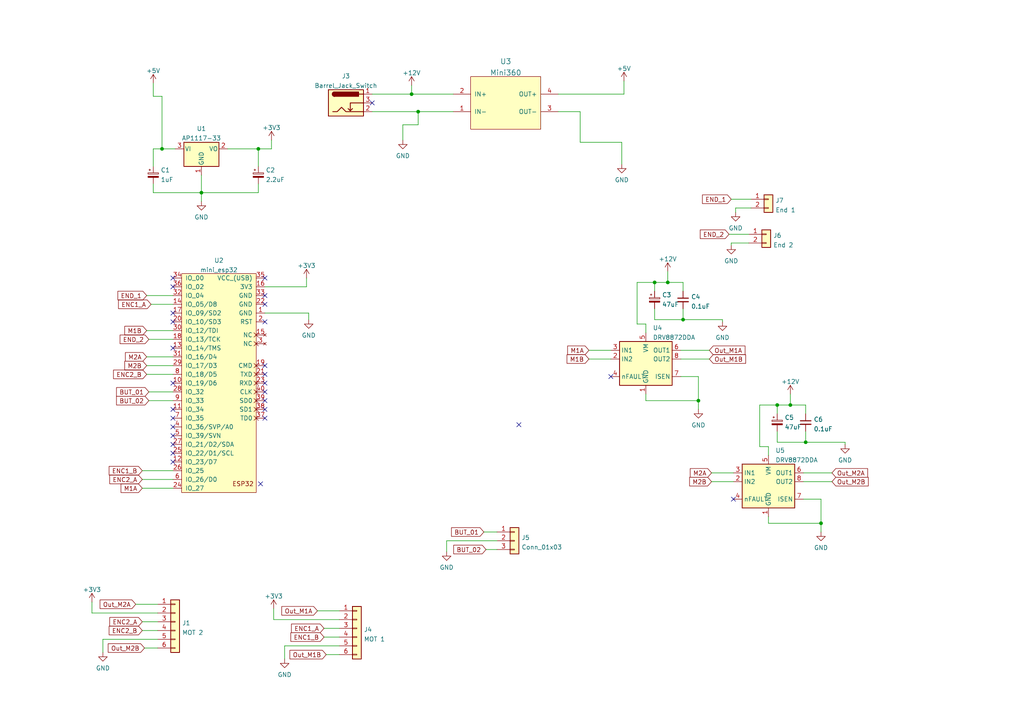
<source format=kicad_sch>
(kicad_sch (version 20230121) (generator eeschema)
  (paper "A4")
  (title_block (title "ESP Blinds Controller") (date "2023-11-05") (rev "01") (company "V. Bittmann"))
  (lib_symbols
    (symbol "Connector:Barrel_Jack_Switch" (pin_names hide)
      (property "Reference" "J" (at 0 5.334 0))
      (property "Value" "Barrel_Jack_Switch" (at 0 -5.08 0))
      (symbol "Barrel_Jack_Switch_0_1"
        (rectangle (start -5.08 3.81) (end 5.08 -3.81) (stroke (width 0.254)) (fill (type background)))
        (arc (start -3.302 3.175) (mid -3.9343 2.54) (end -3.302 1.905) (stroke (width 0.254)))
        (arc (start -3.302 3.175) (mid -3.9343 2.54) (end -3.302 1.905) (stroke (width 0.254)) (fill (type outline)))
        (polyline (pts (xy 1.27 -2.286) (xy 1.905 -1.651)) (stroke (width 0.254)))
        (polyline (pts (xy 5.08 2.54) (xy 3.81 2.54)) (stroke (width 0.254)))
        (polyline (pts (xy 5.08 0) (xy 1.27 0) (xy 1.27 -2.286) (xy 0.635 -1.651)) (stroke (width 0.254)))
        (polyline (pts (xy -3.81 -2.54) (xy -2.54 -2.54) (xy -1.27 -1.27) (xy 0 -2.54) (xy 2.54 -2.54) (xy 5.08 -2.54)) (stroke (width 0.254)))
        (rectangle (start 3.683 3.175) (end -3.302 1.905) (stroke (width 0.254)) (fill (type outline)))
      )
      (symbol "Barrel_Jack_Switch_1_1"
        (pin passive line (at 7.62 2.54 180) (length 2.54) (name "~") (number "1"))
        (pin passive line (at 7.62 -2.54 180) (length 2.54) (name "~") (number "2"))
        (pin passive line (at 7.62 0 180) (length 2.54) (name "~") (number "3"))
      )
    )
    (symbol "Connector_Generic:Conn_01x02" (pin_names (offset 1.016) hide)
      (property "Reference" "J" (at 0 2.54 0))
      (property "Value" "Conn_01x02" (at 0 -5.08 0))
      (symbol "Conn_01x02_1_1"
        (rectangle (start -1.27 -2.413) (end 0 -2.667) (stroke (width 0.1524)))
        (rectangle (start -1.27 0.127) (end 0 -0.127) (stroke (width 0.1524)))
        (rectangle (start -1.27 1.27) (end 1.27 -3.81) (stroke (width 0.254)) (fill (type background)))
        (pin passive line (at -5.08 0 0) (length 3.81) (name "Pin_1") (number "1"))
        (pin passive line (at -5.08 -2.54 0) (length 3.81) (name "Pin_2") (number "2"))
      )
    )
    (symbol "Connector_Generic:Conn_01x03" (pin_names (offset 1.016) hide)
      (property "Reference" "J" (at 0 5.08 0))
      (property "Value" "Conn_01x03" (at 0 -5.08 0))
      (symbol "Conn_01x03_1_1"
        (rectangle (start -1.27 -2.413) (end 0 -2.667) (stroke (width 0.1524)))
        (rectangle (start -1.27 0.127) (end 0 -0.127) (stroke (width 0.1524)))
        (rectangle (start -1.27 2.667) (end 0 2.413) (stroke (width 0.1524)))
        (rectangle (start -1.27 3.81) (end 1.27 -3.81) (stroke (width 0.254)) (fill (type background)))
        (pin passive line (at -5.08 2.54 0) (length 3.81) (name "Pin_1") (number "1"))
        (pin passive line (at -5.08 0 0) (length 3.81) (name "Pin_2") (number "2"))
        (pin passive line (at -5.08 -2.54 0) (length 3.81) (name "Pin_3") (number "3"))
      )
    )
    (symbol "Connector_Generic:Conn_01x06" (pin_names (offset 1.016) hide)
      (property "Reference" "J" (at 0 7.62 0))
      (property "Value" "Conn_01x06" (at 0 -10.16 0))
      (symbol "Conn_01x06_1_1"
        (rectangle (start -1.27 -7.493) (end 0 -7.747) (stroke (width 0.1524)))
        (rectangle (start -1.27 -4.953) (end 0 -5.207) (stroke (width 0.1524)))
        (rectangle (start -1.27 -2.413) (end 0 -2.667) (stroke (width 0.1524)))
        (rectangle (start -1.27 0.127) (end 0 -0.127) (stroke (width 0.1524)))
        (rectangle (start -1.27 2.667) (end 0 2.413) (stroke (width 0.1524)))
        (rectangle (start -1.27 5.207) (end 0 4.953) (stroke (width 0.1524)))
        (rectangle (start -1.27 6.35) (end 1.27 -8.89) (stroke (width 0.254)) (fill (type background)))
        (pin passive line (at -5.08 5.08 0) (length 3.81) (name "Pin_1") (number "1"))
        (pin passive line (at -5.08 2.54 0) (length 3.81) (name "Pin_2") (number "2"))
        (pin passive line (at -5.08 0 0) (length 3.81) (name "Pin_3") (number "3"))
        (pin passive line (at -5.08 -2.54 0) (length 3.81) (name "Pin_4") (number "4"))
        (pin passive line (at -5.08 -5.08 0) (length 3.81) (name "Pin_5") (number "5"))
        (pin passive line (at -5.08 -7.62 0) (length 3.81) (name "Pin_6") (number "6"))
      )
    )
    (symbol "Device:C_Polarized_Small" (pin_numbers hide) (pin_names (offset 0.254) hide)
      (property "Reference" "C" (at 0.254 1.778 0))
      (property "Value" "C_Polarized_Small" (at 0.254 -2.032 0))
      (symbol "C_Polarized_Small_0_1"
        (rectangle (start -1.524 -0.3048) (end 1.524 -0.6858) (fill (type outline)))
        (rectangle (start -1.524 0.6858) (end 1.524 0.3048))
        (polyline (pts (xy -1.27 1.524) (xy -0.762 1.524)))
        (polyline (pts (xy -1.016 1.27) (xy -1.016 1.778)))
      )
      (symbol "C_Polarized_Small_1_1"
        (pin passive line (at 0 2.54 270) (length 1.8542) (name "~") (number "1"))
        (pin passive line (at 0 -2.54 90) (length 1.8542) (name "~") (number "2"))
      )
    )
    (symbol "Device:C_Small" (pin_numbers hide) (pin_names (offset 0.254) hide)
      (property "Reference" "C" (at 0.254 1.778 0))
      (property "Value" "C_Small" (at 0.254 -2.032 0))
      (symbol "C_Small_0_1"
        (polyline (pts (xy -1.524 -0.508) (xy 1.524 -0.508)) (stroke (width 0.3302)))
        (polyline (pts (xy -1.524 0.508) (xy 1.524 0.508)) (stroke (width 0.3048)))
      )
      (symbol "C_Small_1_1"
        (pin passive line (at 0 2.54 270) (length 2.032) (name "~") (number "1"))
        (pin passive line (at 0 -2.54 90) (length 2.032) (name "~") (number "2"))
      )
    )
    (symbol "Driver_Motor:DRV8872DDA"
      (property "Reference" "U" (at -6.35 6.35 0))
      (property "Value" "DRV8872DDA" (at 8.89 6.35 0))
      (symbol "DRV8872DDA_0_1"
        (rectangle (start -7.62 5.08) (end 7.62 -7.62) (stroke (width 0.254)) (fill (type background)))
      )
      (symbol "DRV8872DDA_1_1"
        (pin power_in line (at 0 -10.16 90) (length 2.54) (name "GND") (number "1"))
        (pin input line (at -10.16 0 0) (length 2.54) (name "IN2") (number "2"))
        (pin input line (at -10.16 2.54 0) (length 2.54) (name "IN1") (number "3"))
        (pin open_collector line (at -10.16 -5.08 0) (length 2.54) (name "nFAULT") (number "4"))
        (pin power_in line (at 0 7.62 270) (length 2.54) (name "VM") (number "5"))
        (pin output line (at 10.16 2.54 180) (length 2.54) (name "OUT1") (number "6"))
        (pin passive line (at 10.16 -5.08 180) (length 2.54) (name "ISEN") (number "7"))
        (pin output line (at 10.16 0 180) (length 2.54) (name "OUT2") (number "8"))
        (pin passive line (at 0 -10.16 90) (length 2.54) hide (name "GND") (number "9"))
      )
    )
    (symbol "ESP32_mini:mini_esp32" (pin_names (offset 1.016))
      (property "Reference" "U" (at -7.62 -50.8 0))
      (property "Value" "mini_esp32" (at 5.08 -59.69 0))
      (symbol "mini_esp32_0_0"
        (text "ESP32" (at 7.62 -62.23 0) (effects (font (size 1.27 1.27))))
        (pin power_in line (at 13.97 -12.7 180) (length 2.54) (name "GND") (number "1"))
        (pin input line (at 13.97 -15.24 180) (length 2.54) (name "RST") (number "2"))
        (pin no_connect non_logic (at 13.97 -21.59 180) (length 2.54) (name "NC") (number "3"))
        (pin bidirectional line (at -12.7 -45.72 0) (length 2.54) (name "IO_36/SVP/A0") (number "4"))
        (pin bidirectional line (at -12.7 -48.26 0) (length 2.54) (name "IO_39/SVN") (number "5"))
      )
      (symbol "mini_esp32_0_1"
        (rectangle (start -10.16 -1.27) (end 11.43 -64.77) (fill (type background)))
      )
      (symbol "mini_esp32_1_1"
        (pin bidirectional line (at -12.7 -33.02 0) (length 2.54) (name "IO_19/D6") (number "10"))
        (pin bidirectional line (at -12.7 -40.64 0) (length 2.54) (name "IO_34") (number "11"))
        (pin bidirectional line (at -12.7 -55.88 0) (length 2.54) (name "IO_23/D7") (number "12"))
        (pin bidirectional line (at -12.7 -22.86 0) (length 2.54) (name "IO_14/TMS") (number "13"))
        (pin bidirectional line (at -12.7 -10.16 0) (length 2.54) (name "IO_05/D8") (number "14"))
        (pin no_connect non_logic (at 13.97 -19.05 180) (length 2.54) (name "NC") (number "15"))
        (pin power_in line (at 13.97 -5.08 180) (length 2.54) (name "3V3") (number "16"))
        (pin bidirectional line (at -12.7 -12.7 0) (length 2.54) (name "IO_09/SD2") (number "17"))
        (pin bidirectional line (at -12.7 -20.32 0) (length 2.54) (name "IO_13/TCK") (number "18"))
        (pin passive non_logic (at 13.97 -27.94 180) (length 2.54) (name "CMD") (number "19"))
        (pin bidirectional line (at -12.7 -15.24 0) (length 2.54) (name "IO_10/SD3") (number "20"))
        (pin passive non_logic (at 13.97 -30.48 180) (length 2.54) (name "TXD") (number "21"))
        (pin power_in line (at 13.97 -10.16 180) (length 2.54) (name "GND") (number "22"))
        (pin passive non_logic (at 13.97 -33.02 180) (length 2.54) (name "RXD") (number "23"))
        (pin bidirectional line (at -12.7 -63.5 0) (length 2.54) (name "IO_27") (number "24"))
        (pin bidirectional line (at -12.7 -53.34 0) (length 2.54) (name "IO_22/D1/SCL") (number "25"))
        (pin bidirectional line (at -12.7 -58.42 0) (length 2.54) (name "IO_25") (number "26"))
        (pin bidirectional line (at -12.7 -50.8 0) (length 2.54) (name "IO_21/D2/SDA") (number "27"))
        (pin bidirectional line (at -12.7 -35.56 0) (length 2.54) (name "IO_32") (number "28"))
        (pin bidirectional line (at -12.7 -27.94 0) (length 2.54) (name "IO_17/D3") (number "29"))
        (pin bidirectional line (at -12.7 -17.78 0) (length 2.54) (name "IO_12/TDI") (number "30"))
        (pin bidirectional line (at -12.7 -25.4 0) (length 2.54) (name "IO_16/D4") (number "31"))
        (pin bidirectional line (at -12.7 -7.62 0) (length 2.54) (name "IO_04") (number "32"))
        (pin power_in line (at 13.97 -7.62 180) (length 2.54) (name "GND") (number "33"))
        (pin bidirectional line (at -12.7 -2.54 0) (length 2.54) (name "IO_00") (number "34"))
        (pin power_in line (at 13.97 -2.54 180) (length 2.54) (name "VCC_(USB)") (number "35"))
        (pin bidirectional line (at -12.7 -5.08 0) (length 2.54) (name "IO_02") (number "36"))
        (pin passive non_logic (at 13.97 -43.18 180) (length 2.54) (name "TD0") (number "37"))
        (pin passive non_logic (at 13.97 -40.64 180) (length 2.54) (name "SD1") (number "38"))
        (pin passive non_logic (at 13.97 -38.1 180) (length 2.54) (name "SD0") (number "39"))
        (pin passive non_logic (at 13.97 -35.56 180) (length 2.54) (name "CLK") (number "40"))
        (pin bidirectional line (at -12.7 -60.96 0) (length 2.54) (name "IO_26/D0") (number "6"))
        (pin bidirectional line (at -12.7 -43.18 0) (length 2.54) (name "IO_35") (number "7"))
        (pin bidirectional line (at -12.7 -30.48 0) (length 2.54) (name "IO_18/D5") (number "8"))
        (pin bidirectional line (at -12.7 -38.1 0) (length 2.54) (name "IO_33") (number "9"))
      )
    )
    (symbol "Regulator_Linear:AP1117-33" (pin_names (offset 0.254))
      (property "Reference" "U" (at -3.81 3.175 0))
      (property "Value" "AP1117-33" (at 0 3.175 0))
      (symbol "AP1117-33_0_1"
        (rectangle (start -5.08 -5.08) (end 5.08 1.905) (stroke (width 0.254)) (fill (type background)))
      )
      (symbol "AP1117-33_1_1"
        (pin power_in line (at 0 -7.62 90) (length 2.54) (name "GND") (number "1"))
        (pin power_out line (at 7.62 0 180) (length 2.54) (name "VO") (number "2"))
        (pin power_in line (at -7.62 0 0) (length 2.54) (name "VI") (number "3"))
      )
    )
    (symbol "mini360:Mini360" (pin_names (offset 1.016))
      (property "Reference" "U" (at 0 -5.08 0))
      (property "Value" "Mini360" (at 0 5.08 0))
      (symbol "Mini360_0_1"
        (rectangle (start -10.16 7.62) (end 10.16 -7.62) (fill (type background)))
      )
      (symbol "Mini360_1_1"
        (pin power_in line (at -15.24 -2.54 0) (length 5.08) (name "IN-") (number "1"))
        (pin power_in line (at -15.24 2.54 0) (length 5.08) (name "IN+") (number "2"))
        (pin power_out line (at 15.24 -2.54 180) (length 5.08) (name "OUT-") (number "3"))
        (pin power_out line (at 15.24 2.54 180) (length 5.08) (name "OUT+") (number "4"))
      )
    )
    (symbol "power:+12V" (power) (pin_names (offset 0))
      (property "Value" "+12V" (at 0 3.556 0))
      (symbol "+12V_0_1"
        (polyline (pts (xy -0.762 1.27) (xy 0 2.54)))
        (polyline (pts (xy 0 0) (xy 0 2.54)))
        (polyline (pts (xy 0 2.54) (xy 0.762 1.27)))
      )
      (symbol "+12V_1_1"
        (pin power_in line (at 0 0 90) (length 0) hide (name "+12V") (number "1"))
      )
    )
    (symbol "power:+3.3V" (power) (pin_names (offset 0))
      (property "Value" "+3.3V" (at 0 3.556 0))
      (symbol "+3.3V_0_1"
        (polyline (pts (xy -0.762 1.27) (xy 0 2.54)))
        (polyline (pts (xy 0 0) (xy 0 2.54)))
        (polyline (pts (xy 0 2.54) (xy 0.762 1.27)))
      )
      (symbol "+3.3V_1_1"
        (pin power_in line (at 0 0 90) (length 0) hide (name "+3V3") (number "1"))
      )
    )
    (symbol "power:+3V3" (power) (pin_names (offset 0))
      (property "Value" "+3V3" (at 0 3.556 0))
      (symbol "+3V3_0_1"
        (polyline (pts (xy -0.762 1.27) (xy 0 2.54)))
        (polyline (pts (xy 0 0) (xy 0 2.54)))
        (polyline (pts (xy 0 2.54) (xy 0.762 1.27)))
      )
      (symbol "+3V3_1_1"
        (pin power_in line (at 0 0 90) (length 0) hide (name "+3V3") (number "1"))
      )
    )
    (symbol "power:+5V" (power) (pin_names (offset 0))
      (property "Value" "+5V" (at 0 3.556 0))
      (symbol "+5V_0_1"
        (polyline (pts (xy -0.762 1.27) (xy 0 2.54)))
        (polyline (pts (xy 0 0) (xy 0 2.54)))
        (polyline (pts (xy 0 2.54) (xy 0.762 1.27)))
      )
      (symbol "+5V_1_1"
        (pin power_in line (at 0 0 90) (length 0) hide (name "+5V") (number "1"))
      )
    )
    (symbol "power:GND" (power) (pin_names (offset 0))
      (property "Value" "GND" (at 0 -3.81 0))
      (symbol "GND_0_1"
        (polyline (pts (xy 0 0) (xy 0 -1.27) (xy 1.27 -1.27) (xy 0 -2.54) (xy -1.27 -1.27) (xy 0 -1.27)))
      )
      (symbol "GND_1_1"
        (pin power_in line (at 0 0 270) (length 0) hide (name "GND") (number "1"))
      )
    )
  )
  (junction (at 229.235 117.475))
  (junction (at 202.565 116.205))
  (junction (at 58.42 55.88))
  (junction (at 46.99 43.18))
  (junction (at 121.285 32.385))
  (junction (at 238.125 151.765))
  (junction (at 233.68 128.27))
  (junction (at 119.38 27.305))
  (junction (at 225.425 117.475))
  (junction (at 198.12 92.71))
  (junction (at 193.675 81.915))
  (junction (at 74.93 43.18))
  (junction (at 189.865 81.915))
  (no_connect (at 50.165 90.805))
  (no_connect (at 50.165 93.345))
  (no_connect (at 50.165 111.125))
  (no_connect (at 50.165 100.965))
  (no_connect (at 50.165 123.825))
  (no_connect (at 50.165 80.645))
  (no_connect (at 50.165 83.185))
  (no_connect (at 50.165 118.745))
  (no_connect (at 76.835 93.345))
  (no_connect (at 50.165 128.905))
  (no_connect (at 50.165 126.365))
  (no_connect (at 50.165 131.445))
  (no_connect (at 50.165 121.285))
  (no_connect (at 76.835 85.725))
  (no_connect (at 76.835 88.265))
  (no_connect (at 76.835 80.645))
  (no_connect (at 107.95 29.845))
  (no_connect (at 150.495 123.19))
  (no_connect (at 177.165 109.22))
  (no_connect (at 212.725 144.78))
  (no_connect (at 76.835 113.665))
  (no_connect (at 76.835 118.745))
  (no_connect (at 76.835 116.205))
  (no_connect (at 76.835 121.285))
  (no_connect (at 76.835 111.125))
  (no_connect (at 76.835 106.045))
  (no_connect (at 76.835 108.585))
  (no_connect (at 50.165 133.985))
  (no_connect (at 75.565 140.335))
  (wire (pts (xy 45.72 185.42) (xy 29.845 185.42)))
  (wire (pts (xy 161.925 32.385) (xy 168.275 32.385)))
  (wire (pts (xy 107.95 32.385) (xy 121.285 32.385)))
  (wire (pts (xy 206.375 137.16) (xy 212.725 137.16)))
  (wire (pts (xy 46.99 27.94) (xy 46.99 43.18)))
  (wire (pts (xy 107.95 27.305) (xy 119.38 27.305)))
  (wire (pts (xy 189.865 81.915) (xy 184.785 81.915)))
  (wire (pts (xy 197.485 104.14) (xy 205.74 104.14)))
  (wire (pts (xy 189.865 92.71) (xy 198.12 92.71)))
  (wire (pts (xy 82.55 187.325) (xy 82.55 191.135)))
  (wire (pts (xy 189.865 89.535) (xy 189.865 92.71)))
  (wire (pts (xy 41.275 182.88) (xy 45.72 182.88)))
  (wire (pts (xy 180.975 27.305) (xy 180.975 23.495)))
  (wire (pts (xy 193.675 78.74) (xy 193.675 81.915)))
  (wire (pts (xy 168.275 32.385) (xy 168.275 41.275)))
  (wire (pts (xy 79.375 179.705) (xy 79.375 176.53)))
  (wire (pts (xy 180.34 41.275) (xy 180.34 47.625)))
  (wire (pts (xy 98.425 187.325) (xy 82.55 187.325)))
  (wire (pts (xy 233.045 137.16) (xy 241.3 137.16)))
  (wire (pts (xy 74.93 55.88) (xy 58.42 55.88)))
  (wire (pts (xy 229.235 117.475) (xy 225.425 117.475)))
  (wire (pts (xy 161.925 27.305) (xy 180.975 27.305)))
  (wire (pts (xy 233.68 128.27) (xy 245.11 128.27)))
  (wire (pts (xy 193.675 81.915) (xy 198.12 81.915)))
  (wire (pts (xy 189.865 81.915) (xy 189.865 84.455)))
  (wire (pts (xy 45.72 177.8) (xy 26.67 177.8)))
  (wire (pts (xy 44.45 24.13) (xy 44.45 27.94)))
  (wire (pts (xy 74.93 53.34) (xy 74.93 55.88)))
  (wire (pts (xy 187.325 114.3) (xy 187.325 116.205)))
  (wire (pts (xy 170.815 101.6) (xy 177.165 101.6)))
  (wire (pts (xy 222.885 151.765) (xy 238.125 151.765)))
  (wire (pts (xy 44.45 48.26) (xy 44.45 43.18)))
  (wire (pts (xy 74.93 43.18) (xy 74.93 48.26)))
  (wire (pts (xy 29.845 185.42) (xy 29.845 189.23)))
  (wire (pts (xy 76.835 90.805) (xy 89.535 90.805)))
  (wire (pts (xy 187.325 116.205) (xy 202.565 116.205)))
  (wire (pts (xy 119.38 27.305) (xy 131.445 27.305)))
  (wire (pts (xy 202.565 109.22) (xy 202.565 116.205)))
  (wire (pts (xy 93.98 184.785) (xy 98.425 184.785)))
  (wire (pts (xy 202.565 116.205) (xy 202.565 118.745)))
  (wire (pts (xy 140.97 159.385) (xy 144.145 159.385)))
  (wire (pts (xy 26.67 177.8) (xy 26.67 174.625)))
  (wire (pts (xy 206.375 139.7) (xy 212.725 139.7)))
  (wire (pts (xy 119.38 24.765) (xy 119.38 27.305)))
  (wire (pts (xy 233.045 144.78) (xy 238.125 144.78)))
  (wire (pts (xy 42.545 95.885) (xy 50.165 95.885)))
  (wire (pts (xy 233.045 139.7) (xy 241.3 139.7)))
  (wire (pts (xy 42.545 106.045) (xy 50.165 106.045)))
  (wire (pts (xy 74.93 43.18) (xy 78.74 43.18)))
  (wire (pts (xy 225.425 117.475) (xy 225.425 120.015)))
  (wire (pts (xy 41.275 136.525) (xy 50.165 136.525)))
  (wire (pts (xy 42.545 103.505) (xy 50.165 103.505)))
  (wire (pts (xy 44.45 55.88) (xy 58.42 55.88)))
  (wire (pts (xy 198.12 81.915) (xy 198.12 84.455)))
  (wire (pts (xy 78.74 43.18) (xy 78.74 40.64)))
  (wire (pts (xy 41.91 187.96) (xy 45.72 187.96)))
  (wire (pts (xy 121.285 32.385) (xy 121.285 36.195)))
  (wire (pts (xy 44.45 27.94) (xy 46.99 27.94)))
  (wire (pts (xy 42.545 108.585) (xy 50.165 108.585)))
  (wire (pts (xy 198.12 92.71) (xy 209.55 92.71)))
  (wire (pts (xy 209.55 92.71) (xy 209.55 93.345)))
  (wire (pts (xy 93.98 182.245) (xy 98.425 182.245)))
  (wire (pts (xy 233.68 128.27) (xy 233.68 125.095)))
  (wire (pts (xy 41.275 139.065) (xy 50.165 139.065)))
  (wire (pts (xy 213.36 60.325) (xy 213.36 61.595)))
  (wire (pts (xy 187.325 93.98) (xy 187.325 96.52)))
  (wire (pts (xy 225.425 125.095) (xy 225.425 128.27)))
  (wire (pts (xy 222.885 129.54) (xy 222.885 132.08)))
  (wire (pts (xy 184.785 93.98) (xy 187.325 93.98)))
  (wire (pts (xy 66.04 43.18) (xy 74.93 43.18)))
  (wire (pts (xy 44.45 43.18) (xy 46.99 43.18)))
  (wire (pts (xy 41.275 141.605) (xy 50.165 141.605)))
  (wire (pts (xy 229.235 114.3) (xy 229.235 117.475)))
  (wire (pts (xy 197.485 101.6) (xy 205.74 101.6)))
  (wire (pts (xy 238.125 151.765) (xy 238.125 154.305)))
  (wire (pts (xy 170.815 104.14) (xy 177.165 104.14)))
  (wire (pts (xy 238.125 144.78) (xy 238.125 151.765)))
  (wire (pts (xy 58.42 55.88) (xy 58.42 58.42)))
  (wire (pts (xy 245.11 128.27) (xy 245.11 128.905)))
  (wire (pts (xy 88.9 83.185) (xy 76.835 83.185)))
  (wire (pts (xy 168.275 41.275) (xy 180.34 41.275)))
  (wire (pts (xy 89.535 90.805) (xy 89.535 92.71)))
  (wire (pts (xy 233.68 117.475) (xy 233.68 120.015)))
  (wire (pts (xy 46.99 43.18) (xy 50.8 43.18)))
  (wire (pts (xy 193.675 81.915) (xy 189.865 81.915)))
  (wire (pts (xy 212.09 57.785) (xy 217.805 57.785)))
  (wire (pts (xy 121.285 36.195) (xy 116.84 36.195)))
  (wire (pts (xy 229.235 117.475) (xy 233.68 117.475)))
  (wire (pts (xy 43.18 116.205) (xy 50.165 116.205)))
  (wire (pts (xy 121.285 32.385) (xy 131.445 32.385)))
  (wire (pts (xy 144.145 156.845) (xy 129.54 156.845)))
  (wire (pts (xy 42.545 85.725) (xy 50.165 85.725)))
  (wire (pts (xy 212.09 70.485) (xy 212.09 71.12)))
  (wire (pts (xy 184.785 81.915) (xy 184.785 93.98)))
  (wire (pts (xy 129.54 156.845) (xy 129.54 160.02)))
  (wire (pts (xy 43.18 98.425) (xy 50.165 98.425)))
  (wire (pts (xy 222.885 149.86) (xy 222.885 151.765)))
  (wire (pts (xy 220.345 129.54) (xy 222.885 129.54)))
  (wire (pts (xy 58.42 50.8) (xy 58.42 55.88)))
  (wire (pts (xy 94.615 189.865) (xy 98.425 189.865)))
  (wire (pts (xy 225.425 117.475) (xy 220.345 117.475)))
  (wire (pts (xy 92.075 177.165) (xy 98.425 177.165)))
  (wire (pts (xy 43.18 113.665) (xy 50.165 113.665)))
  (wire (pts (xy 217.17 70.485) (xy 212.09 70.485)))
  (wire (pts (xy 98.425 179.705) (xy 79.375 179.705)))
  (wire (pts (xy 43.815 88.265) (xy 50.165 88.265)))
  (wire (pts (xy 220.345 117.475) (xy 220.345 129.54)))
  (wire (pts (xy 217.805 60.325) (xy 213.36 60.325)))
  (wire (pts (xy 225.425 128.27) (xy 233.68 128.27)))
  (wire (pts (xy 211.455 67.945) (xy 217.17 67.945)))
  (wire (pts (xy 39.37 175.26) (xy 45.72 175.26)))
  (wire (pts (xy 88.9 80.645) (xy 88.9 83.185)))
  (wire (pts (xy 41.275 180.34) (xy 45.72 180.34)))
  (wire (pts (xy 44.45 53.34) (xy 44.45 55.88)))
  (wire (pts (xy 116.84 36.195) (xy 116.84 40.64)))
  (wire (pts (xy 198.12 92.71) (xy 198.12 89.535)))
  (wire (pts (xy 140.335 154.305) (xy 144.145 154.305)))
  (wire (pts (xy 197.485 109.22) (xy 202.565 109.22)))
  (global_label "M1B" (shape input) (at 42.545 95.885 180) (property "Intersheetrefs" "${INTERSHEET_REFS}" (effects hide)))
  (global_label "END_2" (shape input) (at 43.18 98.425 180) (property "Intersheetrefs" "${INTERSHEET_REFS}" (effects hide)))
  (global_label "M1B" (shape input) (at 170.815 104.14 180) (property "Intersheetrefs" "${INTERSHEET_REFS}" (effects hide)))
  (global_label "ENC2_B" (shape input) (at 42.545 108.585 180) (property "Intersheetrefs" "${INTERSHEET_REFS}" (effects hide)))
  (global_label "M2A" (shape input) (at 206.375 137.16 180) (property "Intersheetrefs" "${INTERSHEET_REFS}" (effects hide)))
  (global_label "ENC2_A" (shape input) (at 41.275 139.065 180) (property "Intersheetrefs" "${INTERSHEET_REFS}" (effects hide)))
  (global_label "BUT_01" (shape input) (at 43.18 113.665 180) (property "Intersheetrefs" "${INTERSHEET_REFS}" (effects hide)))
  (global_label "ENC1_A" (shape input) (at 93.98 182.245 180) (property "Intersheetrefs" "${INTERSHEET_REFS}" (effects hide)))
  (global_label "M2A" (shape input) (at 42.545 103.505 180) (property "Intersheetrefs" "${INTERSHEET_REFS}" (effects hide)))
  (global_label "M2B" (shape input) (at 42.545 106.045 180) (property "Intersheetrefs" "${INTERSHEET_REFS}" (effects hide)))
  (global_label "ENC2_B" (shape input) (at 41.275 182.88 180) (property "Intersheetrefs" "${INTERSHEET_REFS}" (effects hide)))
  (global_label "Out_M1A" (shape input) (at 92.075 177.165 180) (property "Intersheetrefs" "${INTERSHEET_REFS}" (effects hide)))
  (global_label "Out_M2B" (shape input) (at 241.3 139.7 0) (property "Intersheetrefs" "${INTERSHEET_REFS}" (effects hide)))
  (global_label "BUT_01" (shape input) (at 140.335 154.305 180) (property "Intersheetrefs" "${INTERSHEET_REFS}" (effects hide)))
  (global_label "Out_M2A" (shape input) (at 39.37 175.26 180) (property "Intersheetrefs" "${INTERSHEET_REFS}" (effects hide)))
  (global_label "BUT_02" (shape input) (at 140.97 159.385 180) (property "Intersheetrefs" "${INTERSHEET_REFS}" (effects hide)))
  (global_label "M2B" (shape input) (at 206.375 139.7 180) (property "Intersheetrefs" "${INTERSHEET_REFS}" (effects hide)))
  (global_label "END_2" (shape input) (at 211.455 67.945 180) (property "Intersheetrefs" "${INTERSHEET_REFS}" (effects hide)))
  (global_label "ENC1_A" (shape input) (at 43.815 88.265 180) (property "Intersheetrefs" "${INTERSHEET_REFS}" (effects hide)))
  (global_label "END_1" (shape input) (at 212.09 57.785 180) (property "Intersheetrefs" "${INTERSHEET_REFS}" (effects hide)))
  (global_label "M1A" (shape input) (at 170.815 101.6 180) (property "Intersheetrefs" "${INTERSHEET_REFS}" (effects hide)))
  (global_label "ENC1_B" (shape input) (at 41.275 136.525 180) (property "Intersheetrefs" "${INTERSHEET_REFS}" (effects hide)))
  (global_label "Out_M1B" (shape input) (at 205.74 104.14 0) (property "Intersheetrefs" "${INTERSHEET_REFS}" (effects hide)))
  (global_label "Out_M2B" (shape input) (at 41.91 187.96 180) (property "Intersheetrefs" "${INTERSHEET_REFS}" (effects hide)))
  (global_label "ENC1_B" (shape input) (at 93.98 184.785 180) (property "Intersheetrefs" "${INTERSHEET_REFS}" (effects hide)))
  (global_label "Out_M1A" (shape input) (at 205.74 101.6 0) (property "Intersheetrefs" "${INTERSHEET_REFS}" (effects hide)))
  (global_label "Out_M1B" (shape input) (at 94.615 189.865 180) (property "Intersheetrefs" "${INTERSHEET_REFS}" (effects hide)))
  (global_label "M1A" (shape input) (at 41.275 141.605 180) (property "Intersheetrefs" "${INTERSHEET_REFS}" (effects hide)))
  (global_label "ENC2_A" (shape input) (at 41.275 180.34 180) (property "Intersheetrefs" "${INTERSHEET_REFS}" (effects hide)))
  (global_label "BUT_02" (shape input) (at 43.18 116.205 180) (property "Intersheetrefs" "${INTERSHEET_REFS}" (effects hide)))
  (global_label "END_1" (shape input) (at 42.545 85.725 180) (property "Intersheetrefs" "${INTERSHEET_REFS}" (effects hide)))
  (global_label "Out_M2A" (shape input) (at 241.3 137.16 0) (property "Intersheetrefs" "${INTERSHEET_REFS}" (effects hide)))
  (symbol (lib_id "power:+12V") (at 119.38 24.765 0) (unit 1)
    (property "Reference" "#PWR0108" (effects hide))
    (property "Value" "+12V" (at 119.38 21.1605 0))
  )
  (symbol (lib_id "power:+3V3") (at 26.67 174.625 0) (unit 1)
    (property "Reference" "#PWR0103" (effects hide))
    (property "Value" "+3V3" (at 26.67 171.0205 0))
  )
  (symbol (lib_id "power:+3.3V") (at 78.74 40.64 0) (unit 1)
    (property "Reference" "#PWR06" (effects hide))
    (property "Value" "+3.3V" (at 78.74 37.0355 0))
  )
  (symbol (lib_id "mini360:Mini360") (at 146.685 29.845 0) (unit 1)
    (property "Reference" "U3" (at 146.685 17.8211 0) (effects (font (size 1.524 1.524))))
    (property "Value" "Mini360" (at 146.685 21.1001 0) (effects (font (size 1.524 1.524))))
    (property "Footprint" "Mini360_step-down:Mini360_step-down" (effects hide))
  )
  (symbol (lib_id "Connector_Generic:Conn_01x02") (at 222.25 67.945 0) (unit 1)
    (property "Reference" "J6" (at 224.282 68.3065 0) (effects (justify left)))
    (property "Value" "End 2" (at 224.282 71.0816 0) (effects (justify left)))
    (property "Footprint" "Connector_JST:JST_XH_S2B-XH-A_1x02_P2.50mm_Horizontal" (effects hide))
  )
  (symbol (lib_id "power:+5V") (at 180.975 23.495 0) (unit 1)
    (property "Reference" "#PWR0110" (effects hide))
    (property "Value" "+5V" (at 180.975 19.8905 0))
  )
  (symbol (lib_id "Device:C_Polarized_Small") (at 189.865 86.995 0) (unit 1)
    (property "Reference" "C3" (at 192.024 85.5404 0) (effects (justify left)))
    (property "Value" "47uF" (at 192.024 88.3155 0) (effects (justify left)))
    (property "Footprint" "Capacitor_THT:CP_Radial_D6.3mm_P2.50mm" (effects hide))
  )
  (symbol (lib_id "ESP32_mini:mini_esp32") (at 62.865 78.105 0) (unit 1)
    (property "Reference" "U2" (at 63.5 75.5355 0))
    (property "Value" "mini_esp32" (at 63.5 78.3106 0))
    (property "Footprint" "ESP32_mini:ESP32_mini" (effects hide))
  )
  (symbol (lib_id "power:GND") (at 212.09 71.12 0) (unit 1)
    (property "Reference" "#PWR01" (effects hide))
    (property "Value" "GND" (at 212.09 75.6825 0))
  )
  (symbol (lib_id "power:GND") (at 29.845 189.23 0) (unit 1)
    (property "Reference" "#PWR0104" (effects hide))
    (property "Value" "GND" (at 29.845 193.7925 0))
  )
  (symbol (lib_id "Device:C_Small") (at 198.12 86.995 0) (unit 1)
    (property "Reference" "C4" (at 200.4441 86.0928 0) (effects (justify left)))
    (property "Value" "0.1uF" (at 200.4441 88.8679 0) (effects (justify left)))
    (property "Footprint" "Capacitor_SMD:C_1206_3216Metric_Pad1.33x1.80mm_HandSolder" (effects hide))
  )
  (symbol (lib_id "power:+5V") (at 44.45 24.13 0) (unit 1)
    (property "Reference" "#PWR02" (effects hide))
    (property "Value" "+5V" (at 44.45 20.5255 0))
  )
  (symbol (lib_id "power:+12V") (at 229.235 114.3 0) (unit 1)
    (property "Reference" "#PWR0117" (effects hide))
    (property "Value" "+12V" (at 229.235 110.6955 0))
  )
  (symbol (lib_id "Device:C_Polarized_Small") (at 225.425 122.555 0) (unit 1)
    (property "Reference" "C5" (at 227.584 121.1004 0) (effects (justify left)))
    (property "Value" "47uF" (at 227.584 123.8755 0) (effects (justify left)))
    (property "Footprint" "Capacitor_THT:CP_Radial_D6.3mm_P2.50mm" (effects hide))
  )
  (symbol (lib_id "Driver_Motor:DRV8872DDA") (at 222.885 139.7 0) (unit 1)
    (property "Reference" "U5" (at 224.9044 130.6535 0) (effects (justify left)))
    (property "Value" "DRV8872DDA" (at 224.9044 133.4286 0) (effects (justify left)))
    (property "Footprint" "Package_SO:Texas_HTSOP-8-1EP_3.9x4.9mm_P1.27mm_EP2.95x4.9mm_Mask2.4x3.1mm_ThermalVias" (effects hide))
    (property "Datasheet" "http://www.ti.com/lit/ds/symlink/drv8872.pdf" (effects hide))
  )
  (symbol (lib_id "Connector_Generic:Conn_01x06") (at 103.505 182.245 0) (unit 1)
    (property "Reference" "J4" (at 105.537 182.6065 0) (effects (justify left)))
    (property "Value" "MOT 1" (at 105.537 185.3816 0) (effects (justify left)))
    (property "Footprint" "Connector_JST:JST_PH_S6B-PH-K_1x06_P2.00mm_Horizontal" (effects hide))
  )
  (symbol (lib_id "Regulator_Linear:AP1117-33") (at 58.42 43.18 0) (unit 1)
    (property "Reference" "U1" (at 58.42 37.3085 0))
    (property "Value" "AP1117-33" (at 58.42 40.0836 0))
    (property "Footprint" "Package_TO_SOT_SMD:SOT-223-3_TabPin2" (effects hide))
    (property "Datasheet" "http://www.diodes.com/datasheets/AP1117.pdf" (effects hide))
  )
  (symbol (lib_id "Connector_Generic:Conn_01x06") (at 50.8 180.34 0) (unit 1)
    (property "Reference" "J1" (at 52.832 180.7015 0) (effects (justify left)))
    (property "Value" "MOT 2" (at 52.832 183.4766 0) (effects (justify left)))
    (property "Footprint" "Connector_JST:JST_PH_S6B-PH-K_1x06_P2.00mm_Horizontal" (effects hide))
  )
  (symbol (lib_id "Device:C_Polarized_Small") (at 74.93 50.8 0) (unit 1)
    (property "Reference" "C2" (at 77.089 49.3454 0) (effects (justify left)))
    (property "Value" "2.2uF" (at 77.089 52.1205 0) (effects (justify left)))
    (property "Footprint" "Capacitor_THT:CP_Radial_D6.3mm_P2.50mm" (effects hide))
  )
  (symbol (lib_id "power:+3V3") (at 88.9 80.645 0) (unit 1)
    (property "Reference" "#PWR05" (effects hide))
    (property "Value" "+3V3" (at 88.9 77.0405 0))
  )
  (symbol (lib_id "power:GND") (at 82.55 191.135 0) (unit 1)
    (property "Reference" "#PWR0102" (effects hide))
    (property "Value" "GND" (at 82.55 195.6975 0))
  )
  (symbol (lib_id "Connector_Generic:Conn_01x03") (at 149.225 156.845 0) (unit 1)
    (property "Reference" "J5" (at 151.257 155.9365 0) (effects (justify left)))
    (property "Value" "Conn_01x03" (at 151.257 158.7116 0) (effects (justify left)))
    (property "Footprint" "Connector_JST:JST_XH_S3B-XH-A_1x03_P2.50mm_Horizontal" (effects hide))
  )
  (symbol (lib_id "Device:C_Polarized_Small") (at 44.45 50.8 0) (unit 1)
    (property "Reference" "C1" (at 46.609 49.3454 0) (effects (justify left)))
    (property "Value" "1uF" (at 46.609 52.1205 0) (effects (justify left)))
    (property "Footprint" "Capacitor_THT:CP_Radial_D6.3mm_P2.50mm" (effects hide))
  )
  (symbol (lib_id "power:GND") (at 116.84 40.64 0) (unit 1)
    (property "Reference" "#PWR0109" (effects hide))
    (property "Value" "GND" (at 116.84 45.2025 0))
  )
  (symbol (lib_id "power:GND") (at 238.125 154.305 0) (unit 1)
    (property "Reference" "#PWR0116" (effects hide))
    (property "Value" "GND" (at 238.125 158.8675 0))
  )
  (symbol (lib_id "Device:C_Small") (at 233.68 122.555 0) (unit 1)
    (property "Reference" "C6" (at 236.0041 121.6528 0) (effects (justify left)))
    (property "Value" "0.1uF" (at 236.0041 124.4279 0) (effects (justify left)))
    (property "Footprint" "Capacitor_SMD:C_1206_3216Metric_Pad1.33x1.80mm_HandSolder" (effects hide))
  )
  (symbol (lib_id "Driver_Motor:DRV8872DDA") (at 187.325 104.14 0) (unit 1)
    (property "Reference" "U4" (at 189.3444 95.0935 0) (effects (justify left)))
    (property "Value" "DRV8872DDA" (at 189.3444 97.8686 0) (effects (justify left)))
    (property "Footprint" "Package_SO:Texas_HTSOP-8-1EP_3.9x4.9mm_P1.27mm_EP2.95x4.9mm_Mask2.4x3.1mm_ThermalVias" (effects hide))
    (property "Datasheet" "http://www.ti.com/lit/ds/symlink/drv8872.pdf" (effects hide))
  )
  (symbol (lib_id "power:GND") (at 202.565 118.745 0) (unit 1)
    (property "Reference" "#PWR0113" (effects hide))
    (property "Value" "GND" (at 202.565 123.3075 0))
  )
  (symbol (lib_id "Connector_Generic:Conn_01x02") (at 222.885 57.785 0) (unit 1)
    (property "Reference" "J7" (at 224.917 58.1465 0) (effects (justify left)))
    (property "Value" "End 1" (at 224.917 60.9216 0) (effects (justify left)))
    (property "Footprint" "Connector_JST:JST_XH_S2B-XH-A_1x02_P2.50mm_Horizontal" (effects hide))
  )
  (symbol (lib_id "power:+12V") (at 193.675 78.74 0) (unit 1)
    (property "Reference" "#PWR0114" (effects hide))
    (property "Value" "+12V" (at 193.675 75.1355 0))
  )
  (symbol (lib_id "power:+3V3") (at 79.375 176.53 0) (unit 1)
    (property "Reference" "#PWR0101" (effects hide))
    (property "Value" "+3V3" (at 79.375 172.9255 0))
  )
  (symbol (lib_id "power:GND") (at 129.54 160.02 0) (unit 1)
    (property "Reference" "#PWR0105" (effects hide))
    (property "Value" "GND" (at 129.54 164.5825 0))
  )
  (symbol (lib_id "Connector:Barrel_Jack_Switch") (at 100.33 29.845 0) (unit 1)
    (property "Reference" "J3" (at 100.33 22.0685 0))
    (property "Value" "Barrel_Jack_Switch" (at 100.33 24.8436 0))
    (property "Footprint" "Connector_BarrelJack:BarrelJack_Horizontal" (effects hide))
  )
  (symbol (lib_id "power:GND") (at 58.42 58.42 0) (unit 1)
    (property "Reference" "#PWR04" (effects hide))
    (property "Value" "GND" (at 58.42 62.9825 0))
  )
  (symbol (lib_id "power:GND") (at 89.535 92.71 0) (unit 1)
    (property "Reference" "#PWR07" (effects hide))
    (property "Value" "GND" (at 89.535 97.2725 0))
  )
  (symbol (lib_id "power:GND") (at 180.34 47.625 0) (unit 1)
    (property "Reference" "#PWR0111" (effects hide))
    (property "Value" "GND" (at 180.34 52.1875 0))
  )
  (symbol (lib_id "power:GND") (at 213.36 61.595 0) (unit 1)
    (property "Reference" "#PWR03" (effects hide))
    (property "Value" "GND" (at 213.36 66.1575 0))
  )
  (symbol (lib_id "power:GND") (at 245.11 128.905 0) (unit 1)
    (property "Reference" "#PWR0118" (effects hide))
    (property "Value" "GND" (at 245.11 133.4675 0))
  )
  (symbol (lib_id "power:GND") (at 209.55 93.345 0) (unit 1)
    (property "Reference" "#PWR0115" (effects hide))
    (property "Value" "GND" (at 209.55 97.9075 0))
  )
)
</source>
